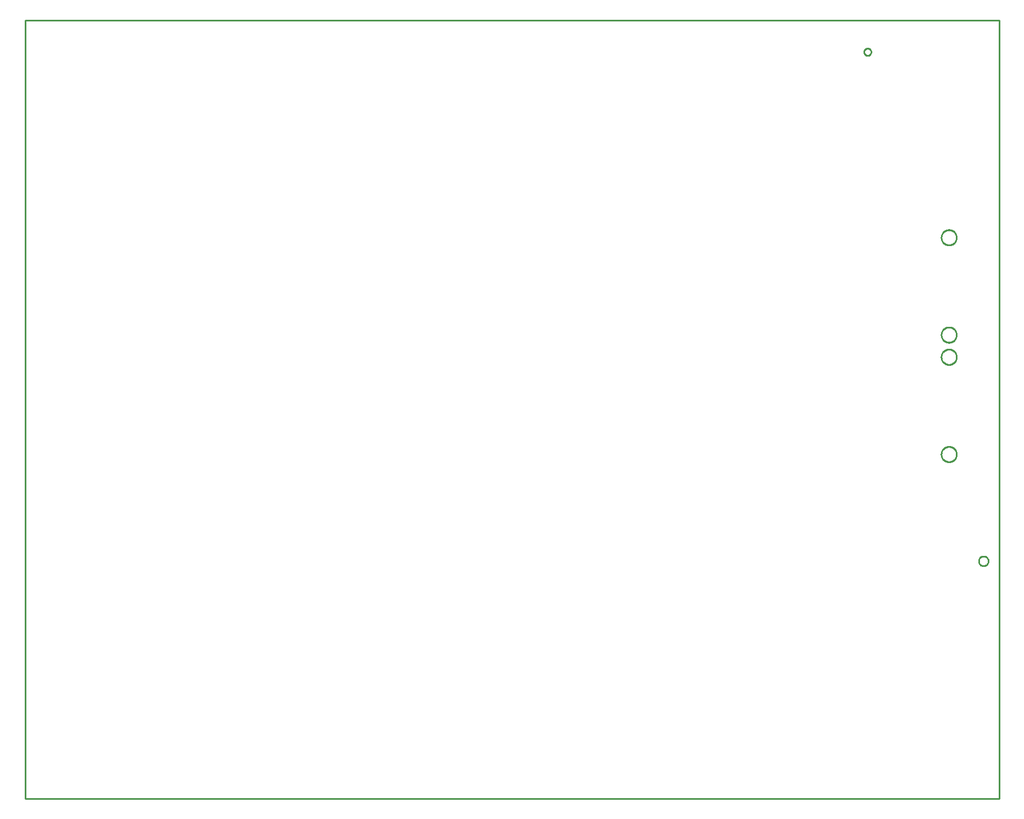
<source format=gbr>
G04 EAGLE Gerber RS-274X export*
G75*
%MOMM*%
%FSLAX34Y34*%
%LPD*%
%INOutline*%
%IPPOS*%
%AMOC8*
5,1,8,0,0,1.08239X$1,22.5*%
G01*
%ADD10C,0.000000*%
%ADD11C,0.254000*%


D10*
X0Y0D02*
X1500000Y0D01*
X1500000Y1200000D01*
X0Y1200000D01*
X0Y0D01*
X1292080Y1150940D02*
X1292082Y1151088D01*
X1292088Y1151236D01*
X1292098Y1151384D01*
X1292112Y1151532D01*
X1292130Y1151679D01*
X1292152Y1151826D01*
X1292178Y1151972D01*
X1292207Y1152117D01*
X1292241Y1152262D01*
X1292279Y1152405D01*
X1292320Y1152548D01*
X1292365Y1152689D01*
X1292415Y1152829D01*
X1292467Y1152967D01*
X1292524Y1153105D01*
X1292584Y1153240D01*
X1292648Y1153374D01*
X1292715Y1153506D01*
X1292786Y1153636D01*
X1292861Y1153765D01*
X1292939Y1153891D01*
X1293020Y1154015D01*
X1293104Y1154137D01*
X1293192Y1154256D01*
X1293283Y1154373D01*
X1293377Y1154488D01*
X1293475Y1154600D01*
X1293575Y1154709D01*
X1293678Y1154816D01*
X1293784Y1154920D01*
X1293892Y1155021D01*
X1294004Y1155119D01*
X1294118Y1155214D01*
X1294234Y1155305D01*
X1294353Y1155394D01*
X1294474Y1155479D01*
X1294598Y1155561D01*
X1294724Y1155640D01*
X1294851Y1155715D01*
X1294981Y1155787D01*
X1295113Y1155856D01*
X1295246Y1155920D01*
X1295381Y1155981D01*
X1295518Y1156039D01*
X1295656Y1156093D01*
X1295796Y1156143D01*
X1295937Y1156189D01*
X1296079Y1156231D01*
X1296222Y1156270D01*
X1296366Y1156304D01*
X1296512Y1156335D01*
X1296657Y1156362D01*
X1296804Y1156385D01*
X1296951Y1156404D01*
X1297099Y1156419D01*
X1297246Y1156430D01*
X1297395Y1156437D01*
X1297543Y1156440D01*
X1297691Y1156439D01*
X1297839Y1156434D01*
X1297987Y1156425D01*
X1298135Y1156412D01*
X1298283Y1156395D01*
X1298429Y1156374D01*
X1298576Y1156349D01*
X1298721Y1156320D01*
X1298866Y1156288D01*
X1299009Y1156251D01*
X1299152Y1156211D01*
X1299294Y1156166D01*
X1299434Y1156118D01*
X1299573Y1156066D01*
X1299710Y1156011D01*
X1299846Y1155951D01*
X1299981Y1155888D01*
X1300113Y1155822D01*
X1300244Y1155752D01*
X1300373Y1155678D01*
X1300499Y1155601D01*
X1300624Y1155521D01*
X1300746Y1155437D01*
X1300867Y1155350D01*
X1300984Y1155260D01*
X1301100Y1155166D01*
X1301212Y1155070D01*
X1301322Y1154971D01*
X1301430Y1154868D01*
X1301534Y1154763D01*
X1301636Y1154655D01*
X1301734Y1154544D01*
X1301830Y1154431D01*
X1301923Y1154315D01*
X1302012Y1154197D01*
X1302098Y1154076D01*
X1302181Y1153953D01*
X1302261Y1153828D01*
X1302337Y1153701D01*
X1302410Y1153571D01*
X1302479Y1153440D01*
X1302544Y1153307D01*
X1302607Y1153173D01*
X1302665Y1153036D01*
X1302720Y1152898D01*
X1302770Y1152759D01*
X1302818Y1152618D01*
X1302861Y1152477D01*
X1302901Y1152334D01*
X1302936Y1152190D01*
X1302968Y1152045D01*
X1302996Y1151899D01*
X1303020Y1151753D01*
X1303040Y1151606D01*
X1303056Y1151458D01*
X1303068Y1151311D01*
X1303076Y1151162D01*
X1303080Y1151014D01*
X1303080Y1150866D01*
X1303076Y1150718D01*
X1303068Y1150569D01*
X1303056Y1150422D01*
X1303040Y1150274D01*
X1303020Y1150127D01*
X1302996Y1149981D01*
X1302968Y1149835D01*
X1302936Y1149690D01*
X1302901Y1149546D01*
X1302861Y1149403D01*
X1302818Y1149262D01*
X1302770Y1149121D01*
X1302720Y1148982D01*
X1302665Y1148844D01*
X1302607Y1148707D01*
X1302544Y1148573D01*
X1302479Y1148440D01*
X1302410Y1148309D01*
X1302337Y1148179D01*
X1302261Y1148052D01*
X1302181Y1147927D01*
X1302098Y1147804D01*
X1302012Y1147683D01*
X1301923Y1147565D01*
X1301830Y1147449D01*
X1301734Y1147336D01*
X1301636Y1147225D01*
X1301534Y1147117D01*
X1301430Y1147012D01*
X1301322Y1146909D01*
X1301212Y1146810D01*
X1301100Y1146714D01*
X1300984Y1146620D01*
X1300867Y1146530D01*
X1300746Y1146443D01*
X1300624Y1146359D01*
X1300499Y1146279D01*
X1300373Y1146202D01*
X1300244Y1146128D01*
X1300113Y1146058D01*
X1299981Y1145992D01*
X1299846Y1145929D01*
X1299710Y1145869D01*
X1299573Y1145814D01*
X1299434Y1145762D01*
X1299294Y1145714D01*
X1299152Y1145669D01*
X1299009Y1145629D01*
X1298866Y1145592D01*
X1298721Y1145560D01*
X1298576Y1145531D01*
X1298429Y1145506D01*
X1298283Y1145485D01*
X1298135Y1145468D01*
X1297987Y1145455D01*
X1297839Y1145446D01*
X1297691Y1145441D01*
X1297543Y1145440D01*
X1297395Y1145443D01*
X1297246Y1145450D01*
X1297099Y1145461D01*
X1296951Y1145476D01*
X1296804Y1145495D01*
X1296657Y1145518D01*
X1296512Y1145545D01*
X1296366Y1145576D01*
X1296222Y1145610D01*
X1296079Y1145649D01*
X1295937Y1145691D01*
X1295796Y1145737D01*
X1295656Y1145787D01*
X1295518Y1145841D01*
X1295381Y1145899D01*
X1295246Y1145960D01*
X1295113Y1146024D01*
X1294981Y1146093D01*
X1294851Y1146165D01*
X1294724Y1146240D01*
X1294598Y1146319D01*
X1294474Y1146401D01*
X1294353Y1146486D01*
X1294234Y1146575D01*
X1294118Y1146666D01*
X1294004Y1146761D01*
X1293892Y1146859D01*
X1293784Y1146960D01*
X1293678Y1147064D01*
X1293575Y1147171D01*
X1293475Y1147280D01*
X1293377Y1147392D01*
X1293283Y1147507D01*
X1293192Y1147624D01*
X1293104Y1147743D01*
X1293020Y1147865D01*
X1292939Y1147989D01*
X1292861Y1148115D01*
X1292786Y1148244D01*
X1292715Y1148374D01*
X1292648Y1148506D01*
X1292584Y1148640D01*
X1292524Y1148775D01*
X1292467Y1148913D01*
X1292415Y1149051D01*
X1292365Y1149191D01*
X1292320Y1149332D01*
X1292279Y1149475D01*
X1292241Y1149618D01*
X1292207Y1149763D01*
X1292178Y1149908D01*
X1292152Y1150054D01*
X1292130Y1150201D01*
X1292112Y1150348D01*
X1292098Y1150496D01*
X1292088Y1150644D01*
X1292082Y1150792D01*
X1292080Y1150940D01*
X1411040Y530790D02*
X1411044Y531080D01*
X1411054Y531369D01*
X1411072Y531658D01*
X1411097Y531947D01*
X1411129Y532234D01*
X1411168Y532521D01*
X1411214Y532807D01*
X1411267Y533092D01*
X1411327Y533375D01*
X1411394Y533657D01*
X1411467Y533937D01*
X1411548Y534215D01*
X1411636Y534491D01*
X1411730Y534765D01*
X1411831Y535037D01*
X1411938Y535306D01*
X1412052Y535572D01*
X1412173Y535835D01*
X1412300Y536095D01*
X1412433Y536352D01*
X1412573Y536606D01*
X1412719Y536856D01*
X1412871Y537103D01*
X1413029Y537346D01*
X1413192Y537585D01*
X1413362Y537819D01*
X1413538Y538050D01*
X1413718Y538276D01*
X1413905Y538497D01*
X1414097Y538714D01*
X1414294Y538927D01*
X1414496Y539134D01*
X1414703Y539336D01*
X1414916Y539533D01*
X1415133Y539725D01*
X1415354Y539912D01*
X1415580Y540092D01*
X1415811Y540268D01*
X1416045Y540438D01*
X1416284Y540601D01*
X1416527Y540759D01*
X1416774Y540911D01*
X1417024Y541057D01*
X1417278Y541197D01*
X1417535Y541330D01*
X1417795Y541457D01*
X1418058Y541578D01*
X1418324Y541692D01*
X1418593Y541799D01*
X1418865Y541900D01*
X1419139Y541994D01*
X1419415Y542082D01*
X1419693Y542163D01*
X1419973Y542236D01*
X1420255Y542303D01*
X1420538Y542363D01*
X1420823Y542416D01*
X1421109Y542462D01*
X1421396Y542501D01*
X1421683Y542533D01*
X1421972Y542558D01*
X1422261Y542576D01*
X1422550Y542586D01*
X1422840Y542590D01*
X1423130Y542586D01*
X1423419Y542576D01*
X1423708Y542558D01*
X1423997Y542533D01*
X1424284Y542501D01*
X1424571Y542462D01*
X1424857Y542416D01*
X1425142Y542363D01*
X1425425Y542303D01*
X1425707Y542236D01*
X1425987Y542163D01*
X1426265Y542082D01*
X1426541Y541994D01*
X1426815Y541900D01*
X1427087Y541799D01*
X1427356Y541692D01*
X1427622Y541578D01*
X1427885Y541457D01*
X1428145Y541330D01*
X1428402Y541197D01*
X1428656Y541057D01*
X1428906Y540911D01*
X1429153Y540759D01*
X1429396Y540601D01*
X1429635Y540438D01*
X1429869Y540268D01*
X1430100Y540092D01*
X1430326Y539912D01*
X1430547Y539725D01*
X1430764Y539533D01*
X1430977Y539336D01*
X1431184Y539134D01*
X1431386Y538927D01*
X1431583Y538714D01*
X1431775Y538497D01*
X1431962Y538276D01*
X1432142Y538050D01*
X1432318Y537819D01*
X1432488Y537585D01*
X1432651Y537346D01*
X1432809Y537103D01*
X1432961Y536856D01*
X1433107Y536606D01*
X1433247Y536352D01*
X1433380Y536095D01*
X1433507Y535835D01*
X1433628Y535572D01*
X1433742Y535306D01*
X1433849Y535037D01*
X1433950Y534765D01*
X1434044Y534491D01*
X1434132Y534215D01*
X1434213Y533937D01*
X1434286Y533657D01*
X1434353Y533375D01*
X1434413Y533092D01*
X1434466Y532807D01*
X1434512Y532521D01*
X1434551Y532234D01*
X1434583Y531947D01*
X1434608Y531658D01*
X1434626Y531369D01*
X1434636Y531080D01*
X1434640Y530790D01*
X1434636Y530500D01*
X1434626Y530211D01*
X1434608Y529922D01*
X1434583Y529633D01*
X1434551Y529346D01*
X1434512Y529059D01*
X1434466Y528773D01*
X1434413Y528488D01*
X1434353Y528205D01*
X1434286Y527923D01*
X1434213Y527643D01*
X1434132Y527365D01*
X1434044Y527089D01*
X1433950Y526815D01*
X1433849Y526543D01*
X1433742Y526274D01*
X1433628Y526008D01*
X1433507Y525745D01*
X1433380Y525485D01*
X1433247Y525228D01*
X1433107Y524974D01*
X1432961Y524724D01*
X1432809Y524477D01*
X1432651Y524234D01*
X1432488Y523995D01*
X1432318Y523761D01*
X1432142Y523530D01*
X1431962Y523304D01*
X1431775Y523083D01*
X1431583Y522866D01*
X1431386Y522653D01*
X1431184Y522446D01*
X1430977Y522244D01*
X1430764Y522047D01*
X1430547Y521855D01*
X1430326Y521668D01*
X1430100Y521488D01*
X1429869Y521312D01*
X1429635Y521142D01*
X1429396Y520979D01*
X1429153Y520821D01*
X1428906Y520669D01*
X1428656Y520523D01*
X1428402Y520383D01*
X1428145Y520250D01*
X1427885Y520123D01*
X1427622Y520002D01*
X1427356Y519888D01*
X1427087Y519781D01*
X1426815Y519680D01*
X1426541Y519586D01*
X1426265Y519498D01*
X1425987Y519417D01*
X1425707Y519344D01*
X1425425Y519277D01*
X1425142Y519217D01*
X1424857Y519164D01*
X1424571Y519118D01*
X1424284Y519079D01*
X1423997Y519047D01*
X1423708Y519022D01*
X1423419Y519004D01*
X1423130Y518994D01*
X1422840Y518990D01*
X1422550Y518994D01*
X1422261Y519004D01*
X1421972Y519022D01*
X1421683Y519047D01*
X1421396Y519079D01*
X1421109Y519118D01*
X1420823Y519164D01*
X1420538Y519217D01*
X1420255Y519277D01*
X1419973Y519344D01*
X1419693Y519417D01*
X1419415Y519498D01*
X1419139Y519586D01*
X1418865Y519680D01*
X1418593Y519781D01*
X1418324Y519888D01*
X1418058Y520002D01*
X1417795Y520123D01*
X1417535Y520250D01*
X1417278Y520383D01*
X1417024Y520523D01*
X1416774Y520669D01*
X1416527Y520821D01*
X1416284Y520979D01*
X1416045Y521142D01*
X1415811Y521312D01*
X1415580Y521488D01*
X1415354Y521668D01*
X1415133Y521855D01*
X1414916Y522047D01*
X1414703Y522244D01*
X1414496Y522446D01*
X1414294Y522653D01*
X1414097Y522866D01*
X1413905Y523083D01*
X1413718Y523304D01*
X1413538Y523530D01*
X1413362Y523761D01*
X1413192Y523995D01*
X1413029Y524234D01*
X1412871Y524477D01*
X1412719Y524724D01*
X1412573Y524974D01*
X1412433Y525228D01*
X1412300Y525485D01*
X1412173Y525745D01*
X1412052Y526008D01*
X1411938Y526274D01*
X1411831Y526543D01*
X1411730Y526815D01*
X1411636Y527089D01*
X1411548Y527365D01*
X1411467Y527643D01*
X1411394Y527923D01*
X1411327Y528205D01*
X1411267Y528488D01*
X1411214Y528773D01*
X1411168Y529059D01*
X1411129Y529346D01*
X1411097Y529633D01*
X1411072Y529922D01*
X1411054Y530211D01*
X1411044Y530500D01*
X1411040Y530790D01*
X1411040Y680790D02*
X1411044Y681080D01*
X1411054Y681369D01*
X1411072Y681658D01*
X1411097Y681947D01*
X1411129Y682234D01*
X1411168Y682521D01*
X1411214Y682807D01*
X1411267Y683092D01*
X1411327Y683375D01*
X1411394Y683657D01*
X1411467Y683937D01*
X1411548Y684215D01*
X1411636Y684491D01*
X1411730Y684765D01*
X1411831Y685037D01*
X1411938Y685306D01*
X1412052Y685572D01*
X1412173Y685835D01*
X1412300Y686095D01*
X1412433Y686352D01*
X1412573Y686606D01*
X1412719Y686856D01*
X1412871Y687103D01*
X1413029Y687346D01*
X1413192Y687585D01*
X1413362Y687819D01*
X1413538Y688050D01*
X1413718Y688276D01*
X1413905Y688497D01*
X1414097Y688714D01*
X1414294Y688927D01*
X1414496Y689134D01*
X1414703Y689336D01*
X1414916Y689533D01*
X1415133Y689725D01*
X1415354Y689912D01*
X1415580Y690092D01*
X1415811Y690268D01*
X1416045Y690438D01*
X1416284Y690601D01*
X1416527Y690759D01*
X1416774Y690911D01*
X1417024Y691057D01*
X1417278Y691197D01*
X1417535Y691330D01*
X1417795Y691457D01*
X1418058Y691578D01*
X1418324Y691692D01*
X1418593Y691799D01*
X1418865Y691900D01*
X1419139Y691994D01*
X1419415Y692082D01*
X1419693Y692163D01*
X1419973Y692236D01*
X1420255Y692303D01*
X1420538Y692363D01*
X1420823Y692416D01*
X1421109Y692462D01*
X1421396Y692501D01*
X1421683Y692533D01*
X1421972Y692558D01*
X1422261Y692576D01*
X1422550Y692586D01*
X1422840Y692590D01*
X1423130Y692586D01*
X1423419Y692576D01*
X1423708Y692558D01*
X1423997Y692533D01*
X1424284Y692501D01*
X1424571Y692462D01*
X1424857Y692416D01*
X1425142Y692363D01*
X1425425Y692303D01*
X1425707Y692236D01*
X1425987Y692163D01*
X1426265Y692082D01*
X1426541Y691994D01*
X1426815Y691900D01*
X1427087Y691799D01*
X1427356Y691692D01*
X1427622Y691578D01*
X1427885Y691457D01*
X1428145Y691330D01*
X1428402Y691197D01*
X1428656Y691057D01*
X1428906Y690911D01*
X1429153Y690759D01*
X1429396Y690601D01*
X1429635Y690438D01*
X1429869Y690268D01*
X1430100Y690092D01*
X1430326Y689912D01*
X1430547Y689725D01*
X1430764Y689533D01*
X1430977Y689336D01*
X1431184Y689134D01*
X1431386Y688927D01*
X1431583Y688714D01*
X1431775Y688497D01*
X1431962Y688276D01*
X1432142Y688050D01*
X1432318Y687819D01*
X1432488Y687585D01*
X1432651Y687346D01*
X1432809Y687103D01*
X1432961Y686856D01*
X1433107Y686606D01*
X1433247Y686352D01*
X1433380Y686095D01*
X1433507Y685835D01*
X1433628Y685572D01*
X1433742Y685306D01*
X1433849Y685037D01*
X1433950Y684765D01*
X1434044Y684491D01*
X1434132Y684215D01*
X1434213Y683937D01*
X1434286Y683657D01*
X1434353Y683375D01*
X1434413Y683092D01*
X1434466Y682807D01*
X1434512Y682521D01*
X1434551Y682234D01*
X1434583Y681947D01*
X1434608Y681658D01*
X1434626Y681369D01*
X1434636Y681080D01*
X1434640Y680790D01*
X1434636Y680500D01*
X1434626Y680211D01*
X1434608Y679922D01*
X1434583Y679633D01*
X1434551Y679346D01*
X1434512Y679059D01*
X1434466Y678773D01*
X1434413Y678488D01*
X1434353Y678205D01*
X1434286Y677923D01*
X1434213Y677643D01*
X1434132Y677365D01*
X1434044Y677089D01*
X1433950Y676815D01*
X1433849Y676543D01*
X1433742Y676274D01*
X1433628Y676008D01*
X1433507Y675745D01*
X1433380Y675485D01*
X1433247Y675228D01*
X1433107Y674974D01*
X1432961Y674724D01*
X1432809Y674477D01*
X1432651Y674234D01*
X1432488Y673995D01*
X1432318Y673761D01*
X1432142Y673530D01*
X1431962Y673304D01*
X1431775Y673083D01*
X1431583Y672866D01*
X1431386Y672653D01*
X1431184Y672446D01*
X1430977Y672244D01*
X1430764Y672047D01*
X1430547Y671855D01*
X1430326Y671668D01*
X1430100Y671488D01*
X1429869Y671312D01*
X1429635Y671142D01*
X1429396Y670979D01*
X1429153Y670821D01*
X1428906Y670669D01*
X1428656Y670523D01*
X1428402Y670383D01*
X1428145Y670250D01*
X1427885Y670123D01*
X1427622Y670002D01*
X1427356Y669888D01*
X1427087Y669781D01*
X1426815Y669680D01*
X1426541Y669586D01*
X1426265Y669498D01*
X1425987Y669417D01*
X1425707Y669344D01*
X1425425Y669277D01*
X1425142Y669217D01*
X1424857Y669164D01*
X1424571Y669118D01*
X1424284Y669079D01*
X1423997Y669047D01*
X1423708Y669022D01*
X1423419Y669004D01*
X1423130Y668994D01*
X1422840Y668990D01*
X1422550Y668994D01*
X1422261Y669004D01*
X1421972Y669022D01*
X1421683Y669047D01*
X1421396Y669079D01*
X1421109Y669118D01*
X1420823Y669164D01*
X1420538Y669217D01*
X1420255Y669277D01*
X1419973Y669344D01*
X1419693Y669417D01*
X1419415Y669498D01*
X1419139Y669586D01*
X1418865Y669680D01*
X1418593Y669781D01*
X1418324Y669888D01*
X1418058Y670002D01*
X1417795Y670123D01*
X1417535Y670250D01*
X1417278Y670383D01*
X1417024Y670523D01*
X1416774Y670669D01*
X1416527Y670821D01*
X1416284Y670979D01*
X1416045Y671142D01*
X1415811Y671312D01*
X1415580Y671488D01*
X1415354Y671668D01*
X1415133Y671855D01*
X1414916Y672047D01*
X1414703Y672244D01*
X1414496Y672446D01*
X1414294Y672653D01*
X1414097Y672866D01*
X1413905Y673083D01*
X1413718Y673304D01*
X1413538Y673530D01*
X1413362Y673761D01*
X1413192Y673995D01*
X1413029Y674234D01*
X1412871Y674477D01*
X1412719Y674724D01*
X1412573Y674974D01*
X1412433Y675228D01*
X1412300Y675485D01*
X1412173Y675745D01*
X1412052Y676008D01*
X1411938Y676274D01*
X1411831Y676543D01*
X1411730Y676815D01*
X1411636Y677089D01*
X1411548Y677365D01*
X1411467Y677643D01*
X1411394Y677923D01*
X1411327Y678205D01*
X1411267Y678488D01*
X1411214Y678773D01*
X1411168Y679059D01*
X1411129Y679346D01*
X1411097Y679633D01*
X1411072Y679922D01*
X1411054Y680211D01*
X1411044Y680500D01*
X1411040Y680790D01*
X1468660Y366240D02*
X1468662Y366424D01*
X1468669Y366608D01*
X1468680Y366792D01*
X1468696Y366975D01*
X1468716Y367158D01*
X1468741Y367340D01*
X1468770Y367522D01*
X1468804Y367703D01*
X1468842Y367883D01*
X1468885Y368062D01*
X1468932Y368240D01*
X1468983Y368417D01*
X1469039Y368593D01*
X1469098Y368767D01*
X1469163Y368939D01*
X1469231Y369110D01*
X1469303Y369279D01*
X1469380Y369447D01*
X1469461Y369612D01*
X1469546Y369775D01*
X1469634Y369937D01*
X1469727Y370096D01*
X1469824Y370252D01*
X1469924Y370407D01*
X1470028Y370559D01*
X1470136Y370708D01*
X1470247Y370854D01*
X1470362Y370998D01*
X1470481Y371139D01*
X1470603Y371277D01*
X1470728Y371412D01*
X1470857Y371543D01*
X1470988Y371672D01*
X1471123Y371797D01*
X1471261Y371919D01*
X1471402Y372038D01*
X1471546Y372153D01*
X1471692Y372264D01*
X1471841Y372372D01*
X1471993Y372476D01*
X1472148Y372576D01*
X1472304Y372673D01*
X1472463Y372766D01*
X1472625Y372854D01*
X1472788Y372939D01*
X1472953Y373020D01*
X1473121Y373097D01*
X1473290Y373169D01*
X1473461Y373237D01*
X1473633Y373302D01*
X1473807Y373361D01*
X1473983Y373417D01*
X1474160Y373468D01*
X1474338Y373515D01*
X1474517Y373558D01*
X1474697Y373596D01*
X1474878Y373630D01*
X1475060Y373659D01*
X1475242Y373684D01*
X1475425Y373704D01*
X1475608Y373720D01*
X1475792Y373731D01*
X1475976Y373738D01*
X1476160Y373740D01*
X1476344Y373738D01*
X1476528Y373731D01*
X1476712Y373720D01*
X1476895Y373704D01*
X1477078Y373684D01*
X1477260Y373659D01*
X1477442Y373630D01*
X1477623Y373596D01*
X1477803Y373558D01*
X1477982Y373515D01*
X1478160Y373468D01*
X1478337Y373417D01*
X1478513Y373361D01*
X1478687Y373302D01*
X1478859Y373237D01*
X1479030Y373169D01*
X1479199Y373097D01*
X1479367Y373020D01*
X1479532Y372939D01*
X1479695Y372854D01*
X1479857Y372766D01*
X1480016Y372673D01*
X1480172Y372576D01*
X1480327Y372476D01*
X1480479Y372372D01*
X1480628Y372264D01*
X1480774Y372153D01*
X1480918Y372038D01*
X1481059Y371919D01*
X1481197Y371797D01*
X1481332Y371672D01*
X1481463Y371543D01*
X1481592Y371412D01*
X1481717Y371277D01*
X1481839Y371139D01*
X1481958Y370998D01*
X1482073Y370854D01*
X1482184Y370708D01*
X1482292Y370559D01*
X1482396Y370407D01*
X1482496Y370252D01*
X1482593Y370096D01*
X1482686Y369937D01*
X1482774Y369775D01*
X1482859Y369612D01*
X1482940Y369447D01*
X1483017Y369279D01*
X1483089Y369110D01*
X1483157Y368939D01*
X1483222Y368767D01*
X1483281Y368593D01*
X1483337Y368417D01*
X1483388Y368240D01*
X1483435Y368062D01*
X1483478Y367883D01*
X1483516Y367703D01*
X1483550Y367522D01*
X1483579Y367340D01*
X1483604Y367158D01*
X1483624Y366975D01*
X1483640Y366792D01*
X1483651Y366608D01*
X1483658Y366424D01*
X1483660Y366240D01*
X1483658Y366056D01*
X1483651Y365872D01*
X1483640Y365688D01*
X1483624Y365505D01*
X1483604Y365322D01*
X1483579Y365140D01*
X1483550Y364958D01*
X1483516Y364777D01*
X1483478Y364597D01*
X1483435Y364418D01*
X1483388Y364240D01*
X1483337Y364063D01*
X1483281Y363887D01*
X1483222Y363713D01*
X1483157Y363541D01*
X1483089Y363370D01*
X1483017Y363201D01*
X1482940Y363033D01*
X1482859Y362868D01*
X1482774Y362705D01*
X1482686Y362543D01*
X1482593Y362384D01*
X1482496Y362228D01*
X1482396Y362073D01*
X1482292Y361921D01*
X1482184Y361772D01*
X1482073Y361626D01*
X1481958Y361482D01*
X1481839Y361341D01*
X1481717Y361203D01*
X1481592Y361068D01*
X1481463Y360937D01*
X1481332Y360808D01*
X1481197Y360683D01*
X1481059Y360561D01*
X1480918Y360442D01*
X1480774Y360327D01*
X1480628Y360216D01*
X1480479Y360108D01*
X1480327Y360004D01*
X1480172Y359904D01*
X1480016Y359807D01*
X1479857Y359714D01*
X1479695Y359626D01*
X1479532Y359541D01*
X1479367Y359460D01*
X1479199Y359383D01*
X1479030Y359311D01*
X1478859Y359243D01*
X1478687Y359178D01*
X1478513Y359119D01*
X1478337Y359063D01*
X1478160Y359012D01*
X1477982Y358965D01*
X1477803Y358922D01*
X1477623Y358884D01*
X1477442Y358850D01*
X1477260Y358821D01*
X1477078Y358796D01*
X1476895Y358776D01*
X1476712Y358760D01*
X1476528Y358749D01*
X1476344Y358742D01*
X1476160Y358740D01*
X1475976Y358742D01*
X1475792Y358749D01*
X1475608Y358760D01*
X1475425Y358776D01*
X1475242Y358796D01*
X1475060Y358821D01*
X1474878Y358850D01*
X1474697Y358884D01*
X1474517Y358922D01*
X1474338Y358965D01*
X1474160Y359012D01*
X1473983Y359063D01*
X1473807Y359119D01*
X1473633Y359178D01*
X1473461Y359243D01*
X1473290Y359311D01*
X1473121Y359383D01*
X1472953Y359460D01*
X1472788Y359541D01*
X1472625Y359626D01*
X1472463Y359714D01*
X1472304Y359807D01*
X1472148Y359904D01*
X1471993Y360004D01*
X1471841Y360108D01*
X1471692Y360216D01*
X1471546Y360327D01*
X1471402Y360442D01*
X1471261Y360561D01*
X1471123Y360683D01*
X1470988Y360808D01*
X1470857Y360937D01*
X1470728Y361068D01*
X1470603Y361203D01*
X1470481Y361341D01*
X1470362Y361482D01*
X1470247Y361626D01*
X1470136Y361772D01*
X1470028Y361921D01*
X1469924Y362073D01*
X1469824Y362228D01*
X1469727Y362384D01*
X1469634Y362543D01*
X1469546Y362705D01*
X1469461Y362868D01*
X1469380Y363033D01*
X1469303Y363201D01*
X1469231Y363370D01*
X1469163Y363541D01*
X1469098Y363713D01*
X1469039Y363887D01*
X1468983Y364063D01*
X1468932Y364240D01*
X1468885Y364418D01*
X1468842Y364597D01*
X1468804Y364777D01*
X1468770Y364958D01*
X1468741Y365140D01*
X1468716Y365322D01*
X1468696Y365505D01*
X1468680Y365688D01*
X1468669Y365872D01*
X1468662Y366056D01*
X1468660Y366240D01*
X1411040Y714940D02*
X1411044Y715230D01*
X1411054Y715519D01*
X1411072Y715808D01*
X1411097Y716097D01*
X1411129Y716384D01*
X1411168Y716671D01*
X1411214Y716957D01*
X1411267Y717242D01*
X1411327Y717525D01*
X1411394Y717807D01*
X1411467Y718087D01*
X1411548Y718365D01*
X1411636Y718641D01*
X1411730Y718915D01*
X1411831Y719187D01*
X1411938Y719456D01*
X1412052Y719722D01*
X1412173Y719985D01*
X1412300Y720245D01*
X1412433Y720502D01*
X1412573Y720756D01*
X1412719Y721006D01*
X1412871Y721253D01*
X1413029Y721496D01*
X1413192Y721735D01*
X1413362Y721969D01*
X1413538Y722200D01*
X1413718Y722426D01*
X1413905Y722647D01*
X1414097Y722864D01*
X1414294Y723077D01*
X1414496Y723284D01*
X1414703Y723486D01*
X1414916Y723683D01*
X1415133Y723875D01*
X1415354Y724062D01*
X1415580Y724242D01*
X1415811Y724418D01*
X1416045Y724588D01*
X1416284Y724751D01*
X1416527Y724909D01*
X1416774Y725061D01*
X1417024Y725207D01*
X1417278Y725347D01*
X1417535Y725480D01*
X1417795Y725607D01*
X1418058Y725728D01*
X1418324Y725842D01*
X1418593Y725949D01*
X1418865Y726050D01*
X1419139Y726144D01*
X1419415Y726232D01*
X1419693Y726313D01*
X1419973Y726386D01*
X1420255Y726453D01*
X1420538Y726513D01*
X1420823Y726566D01*
X1421109Y726612D01*
X1421396Y726651D01*
X1421683Y726683D01*
X1421972Y726708D01*
X1422261Y726726D01*
X1422550Y726736D01*
X1422840Y726740D01*
X1423130Y726736D01*
X1423419Y726726D01*
X1423708Y726708D01*
X1423997Y726683D01*
X1424284Y726651D01*
X1424571Y726612D01*
X1424857Y726566D01*
X1425142Y726513D01*
X1425425Y726453D01*
X1425707Y726386D01*
X1425987Y726313D01*
X1426265Y726232D01*
X1426541Y726144D01*
X1426815Y726050D01*
X1427087Y725949D01*
X1427356Y725842D01*
X1427622Y725728D01*
X1427885Y725607D01*
X1428145Y725480D01*
X1428402Y725347D01*
X1428656Y725207D01*
X1428906Y725061D01*
X1429153Y724909D01*
X1429396Y724751D01*
X1429635Y724588D01*
X1429869Y724418D01*
X1430100Y724242D01*
X1430326Y724062D01*
X1430547Y723875D01*
X1430764Y723683D01*
X1430977Y723486D01*
X1431184Y723284D01*
X1431386Y723077D01*
X1431583Y722864D01*
X1431775Y722647D01*
X1431962Y722426D01*
X1432142Y722200D01*
X1432318Y721969D01*
X1432488Y721735D01*
X1432651Y721496D01*
X1432809Y721253D01*
X1432961Y721006D01*
X1433107Y720756D01*
X1433247Y720502D01*
X1433380Y720245D01*
X1433507Y719985D01*
X1433628Y719722D01*
X1433742Y719456D01*
X1433849Y719187D01*
X1433950Y718915D01*
X1434044Y718641D01*
X1434132Y718365D01*
X1434213Y718087D01*
X1434286Y717807D01*
X1434353Y717525D01*
X1434413Y717242D01*
X1434466Y716957D01*
X1434512Y716671D01*
X1434551Y716384D01*
X1434583Y716097D01*
X1434608Y715808D01*
X1434626Y715519D01*
X1434636Y715230D01*
X1434640Y714940D01*
X1434636Y714650D01*
X1434626Y714361D01*
X1434608Y714072D01*
X1434583Y713783D01*
X1434551Y713496D01*
X1434512Y713209D01*
X1434466Y712923D01*
X1434413Y712638D01*
X1434353Y712355D01*
X1434286Y712073D01*
X1434213Y711793D01*
X1434132Y711515D01*
X1434044Y711239D01*
X1433950Y710965D01*
X1433849Y710693D01*
X1433742Y710424D01*
X1433628Y710158D01*
X1433507Y709895D01*
X1433380Y709635D01*
X1433247Y709378D01*
X1433107Y709124D01*
X1432961Y708874D01*
X1432809Y708627D01*
X1432651Y708384D01*
X1432488Y708145D01*
X1432318Y707911D01*
X1432142Y707680D01*
X1431962Y707454D01*
X1431775Y707233D01*
X1431583Y707016D01*
X1431386Y706803D01*
X1431184Y706596D01*
X1430977Y706394D01*
X1430764Y706197D01*
X1430547Y706005D01*
X1430326Y705818D01*
X1430100Y705638D01*
X1429869Y705462D01*
X1429635Y705292D01*
X1429396Y705129D01*
X1429153Y704971D01*
X1428906Y704819D01*
X1428656Y704673D01*
X1428402Y704533D01*
X1428145Y704400D01*
X1427885Y704273D01*
X1427622Y704152D01*
X1427356Y704038D01*
X1427087Y703931D01*
X1426815Y703830D01*
X1426541Y703736D01*
X1426265Y703648D01*
X1425987Y703567D01*
X1425707Y703494D01*
X1425425Y703427D01*
X1425142Y703367D01*
X1424857Y703314D01*
X1424571Y703268D01*
X1424284Y703229D01*
X1423997Y703197D01*
X1423708Y703172D01*
X1423419Y703154D01*
X1423130Y703144D01*
X1422840Y703140D01*
X1422550Y703144D01*
X1422261Y703154D01*
X1421972Y703172D01*
X1421683Y703197D01*
X1421396Y703229D01*
X1421109Y703268D01*
X1420823Y703314D01*
X1420538Y703367D01*
X1420255Y703427D01*
X1419973Y703494D01*
X1419693Y703567D01*
X1419415Y703648D01*
X1419139Y703736D01*
X1418865Y703830D01*
X1418593Y703931D01*
X1418324Y704038D01*
X1418058Y704152D01*
X1417795Y704273D01*
X1417535Y704400D01*
X1417278Y704533D01*
X1417024Y704673D01*
X1416774Y704819D01*
X1416527Y704971D01*
X1416284Y705129D01*
X1416045Y705292D01*
X1415811Y705462D01*
X1415580Y705638D01*
X1415354Y705818D01*
X1415133Y706005D01*
X1414916Y706197D01*
X1414703Y706394D01*
X1414496Y706596D01*
X1414294Y706803D01*
X1414097Y707016D01*
X1413905Y707233D01*
X1413718Y707454D01*
X1413538Y707680D01*
X1413362Y707911D01*
X1413192Y708145D01*
X1413029Y708384D01*
X1412871Y708627D01*
X1412719Y708874D01*
X1412573Y709124D01*
X1412433Y709378D01*
X1412300Y709635D01*
X1412173Y709895D01*
X1412052Y710158D01*
X1411938Y710424D01*
X1411831Y710693D01*
X1411730Y710965D01*
X1411636Y711239D01*
X1411548Y711515D01*
X1411467Y711793D01*
X1411394Y712073D01*
X1411327Y712355D01*
X1411267Y712638D01*
X1411214Y712923D01*
X1411168Y713209D01*
X1411129Y713496D01*
X1411097Y713783D01*
X1411072Y714072D01*
X1411054Y714361D01*
X1411044Y714650D01*
X1411040Y714940D01*
X1411040Y864940D02*
X1411044Y865230D01*
X1411054Y865519D01*
X1411072Y865808D01*
X1411097Y866097D01*
X1411129Y866384D01*
X1411168Y866671D01*
X1411214Y866957D01*
X1411267Y867242D01*
X1411327Y867525D01*
X1411394Y867807D01*
X1411467Y868087D01*
X1411548Y868365D01*
X1411636Y868641D01*
X1411730Y868915D01*
X1411831Y869187D01*
X1411938Y869456D01*
X1412052Y869722D01*
X1412173Y869985D01*
X1412300Y870245D01*
X1412433Y870502D01*
X1412573Y870756D01*
X1412719Y871006D01*
X1412871Y871253D01*
X1413029Y871496D01*
X1413192Y871735D01*
X1413362Y871969D01*
X1413538Y872200D01*
X1413718Y872426D01*
X1413905Y872647D01*
X1414097Y872864D01*
X1414294Y873077D01*
X1414496Y873284D01*
X1414703Y873486D01*
X1414916Y873683D01*
X1415133Y873875D01*
X1415354Y874062D01*
X1415580Y874242D01*
X1415811Y874418D01*
X1416045Y874588D01*
X1416284Y874751D01*
X1416527Y874909D01*
X1416774Y875061D01*
X1417024Y875207D01*
X1417278Y875347D01*
X1417535Y875480D01*
X1417795Y875607D01*
X1418058Y875728D01*
X1418324Y875842D01*
X1418593Y875949D01*
X1418865Y876050D01*
X1419139Y876144D01*
X1419415Y876232D01*
X1419693Y876313D01*
X1419973Y876386D01*
X1420255Y876453D01*
X1420538Y876513D01*
X1420823Y876566D01*
X1421109Y876612D01*
X1421396Y876651D01*
X1421683Y876683D01*
X1421972Y876708D01*
X1422261Y876726D01*
X1422550Y876736D01*
X1422840Y876740D01*
X1423130Y876736D01*
X1423419Y876726D01*
X1423708Y876708D01*
X1423997Y876683D01*
X1424284Y876651D01*
X1424571Y876612D01*
X1424857Y876566D01*
X1425142Y876513D01*
X1425425Y876453D01*
X1425707Y876386D01*
X1425987Y876313D01*
X1426265Y876232D01*
X1426541Y876144D01*
X1426815Y876050D01*
X1427087Y875949D01*
X1427356Y875842D01*
X1427622Y875728D01*
X1427885Y875607D01*
X1428145Y875480D01*
X1428402Y875347D01*
X1428656Y875207D01*
X1428906Y875061D01*
X1429153Y874909D01*
X1429396Y874751D01*
X1429635Y874588D01*
X1429869Y874418D01*
X1430100Y874242D01*
X1430326Y874062D01*
X1430547Y873875D01*
X1430764Y873683D01*
X1430977Y873486D01*
X1431184Y873284D01*
X1431386Y873077D01*
X1431583Y872864D01*
X1431775Y872647D01*
X1431962Y872426D01*
X1432142Y872200D01*
X1432318Y871969D01*
X1432488Y871735D01*
X1432651Y871496D01*
X1432809Y871253D01*
X1432961Y871006D01*
X1433107Y870756D01*
X1433247Y870502D01*
X1433380Y870245D01*
X1433507Y869985D01*
X1433628Y869722D01*
X1433742Y869456D01*
X1433849Y869187D01*
X1433950Y868915D01*
X1434044Y868641D01*
X1434132Y868365D01*
X1434213Y868087D01*
X1434286Y867807D01*
X1434353Y867525D01*
X1434413Y867242D01*
X1434466Y866957D01*
X1434512Y866671D01*
X1434551Y866384D01*
X1434583Y866097D01*
X1434608Y865808D01*
X1434626Y865519D01*
X1434636Y865230D01*
X1434640Y864940D01*
X1434636Y864650D01*
X1434626Y864361D01*
X1434608Y864072D01*
X1434583Y863783D01*
X1434551Y863496D01*
X1434512Y863209D01*
X1434466Y862923D01*
X1434413Y862638D01*
X1434353Y862355D01*
X1434286Y862073D01*
X1434213Y861793D01*
X1434132Y861515D01*
X1434044Y861239D01*
X1433950Y860965D01*
X1433849Y860693D01*
X1433742Y860424D01*
X1433628Y860158D01*
X1433507Y859895D01*
X1433380Y859635D01*
X1433247Y859378D01*
X1433107Y859124D01*
X1432961Y858874D01*
X1432809Y858627D01*
X1432651Y858384D01*
X1432488Y858145D01*
X1432318Y857911D01*
X1432142Y857680D01*
X1431962Y857454D01*
X1431775Y857233D01*
X1431583Y857016D01*
X1431386Y856803D01*
X1431184Y856596D01*
X1430977Y856394D01*
X1430764Y856197D01*
X1430547Y856005D01*
X1430326Y855818D01*
X1430100Y855638D01*
X1429869Y855462D01*
X1429635Y855292D01*
X1429396Y855129D01*
X1429153Y854971D01*
X1428906Y854819D01*
X1428656Y854673D01*
X1428402Y854533D01*
X1428145Y854400D01*
X1427885Y854273D01*
X1427622Y854152D01*
X1427356Y854038D01*
X1427087Y853931D01*
X1426815Y853830D01*
X1426541Y853736D01*
X1426265Y853648D01*
X1425987Y853567D01*
X1425707Y853494D01*
X1425425Y853427D01*
X1425142Y853367D01*
X1424857Y853314D01*
X1424571Y853268D01*
X1424284Y853229D01*
X1423997Y853197D01*
X1423708Y853172D01*
X1423419Y853154D01*
X1423130Y853144D01*
X1422840Y853140D01*
X1422550Y853144D01*
X1422261Y853154D01*
X1421972Y853172D01*
X1421683Y853197D01*
X1421396Y853229D01*
X1421109Y853268D01*
X1420823Y853314D01*
X1420538Y853367D01*
X1420255Y853427D01*
X1419973Y853494D01*
X1419693Y853567D01*
X1419415Y853648D01*
X1419139Y853736D01*
X1418865Y853830D01*
X1418593Y853931D01*
X1418324Y854038D01*
X1418058Y854152D01*
X1417795Y854273D01*
X1417535Y854400D01*
X1417278Y854533D01*
X1417024Y854673D01*
X1416774Y854819D01*
X1416527Y854971D01*
X1416284Y855129D01*
X1416045Y855292D01*
X1415811Y855462D01*
X1415580Y855638D01*
X1415354Y855818D01*
X1415133Y856005D01*
X1414916Y856197D01*
X1414703Y856394D01*
X1414496Y856596D01*
X1414294Y856803D01*
X1414097Y857016D01*
X1413905Y857233D01*
X1413718Y857454D01*
X1413538Y857680D01*
X1413362Y857911D01*
X1413192Y858145D01*
X1413029Y858384D01*
X1412871Y858627D01*
X1412719Y858874D01*
X1412573Y859124D01*
X1412433Y859378D01*
X1412300Y859635D01*
X1412173Y859895D01*
X1412052Y860158D01*
X1411938Y860424D01*
X1411831Y860693D01*
X1411730Y860965D01*
X1411636Y861239D01*
X1411548Y861515D01*
X1411467Y861793D01*
X1411394Y862073D01*
X1411327Y862355D01*
X1411267Y862638D01*
X1411214Y862923D01*
X1411168Y863209D01*
X1411129Y863496D01*
X1411097Y863783D01*
X1411072Y864072D01*
X1411054Y864361D01*
X1411044Y864650D01*
X1411040Y864940D01*
D11*
X0Y0D02*
X1500000Y0D01*
X1500000Y1200000D01*
X0Y1200000D01*
X0Y0D01*
X1292080Y1151249D02*
X1292149Y1151863D01*
X1292287Y1152465D01*
X1292491Y1153048D01*
X1292759Y1153605D01*
X1293087Y1154128D01*
X1293473Y1154611D01*
X1293909Y1155048D01*
X1294392Y1155433D01*
X1294915Y1155761D01*
X1295472Y1156029D01*
X1296055Y1156233D01*
X1296657Y1156371D01*
X1297271Y1156440D01*
X1297889Y1156440D01*
X1298503Y1156371D01*
X1299105Y1156233D01*
X1299688Y1156029D01*
X1300245Y1155761D01*
X1300768Y1155433D01*
X1301251Y1155048D01*
X1301688Y1154611D01*
X1302073Y1154128D01*
X1302401Y1153605D01*
X1302669Y1153048D01*
X1302873Y1152465D01*
X1303011Y1151863D01*
X1303080Y1151249D01*
X1303080Y1150631D01*
X1303011Y1150017D01*
X1302873Y1149415D01*
X1302669Y1148832D01*
X1302401Y1148275D01*
X1302073Y1147752D01*
X1301688Y1147269D01*
X1301251Y1146833D01*
X1300768Y1146447D01*
X1300245Y1146119D01*
X1299688Y1145851D01*
X1299105Y1145647D01*
X1298503Y1145509D01*
X1297889Y1145440D01*
X1297271Y1145440D01*
X1296657Y1145509D01*
X1296055Y1145647D01*
X1295472Y1145851D01*
X1294915Y1146119D01*
X1294392Y1146447D01*
X1293909Y1146833D01*
X1293473Y1147269D01*
X1293087Y1147752D01*
X1292759Y1148275D01*
X1292491Y1148832D01*
X1292287Y1149415D01*
X1292149Y1150017D01*
X1292080Y1150631D01*
X1292080Y1151249D01*
X1423304Y542590D02*
X1424228Y542517D01*
X1425144Y542372D01*
X1426045Y542156D01*
X1426927Y541869D01*
X1427784Y541514D01*
X1428610Y541093D01*
X1429401Y540609D01*
X1430151Y540064D01*
X1430856Y539462D01*
X1431512Y538806D01*
X1432114Y538101D01*
X1432659Y537351D01*
X1433143Y536560D01*
X1433564Y535734D01*
X1433919Y534877D01*
X1434206Y533995D01*
X1434422Y533094D01*
X1434567Y532178D01*
X1434640Y531254D01*
X1434640Y530326D01*
X1434567Y529402D01*
X1434422Y528486D01*
X1434206Y527585D01*
X1433919Y526703D01*
X1433564Y525846D01*
X1433143Y525020D01*
X1432659Y524229D01*
X1432114Y523479D01*
X1431512Y522774D01*
X1430856Y522118D01*
X1430151Y521516D01*
X1429401Y520971D01*
X1428610Y520487D01*
X1427784Y520066D01*
X1426927Y519711D01*
X1426045Y519424D01*
X1425144Y519208D01*
X1424228Y519063D01*
X1423304Y518990D01*
X1422376Y518990D01*
X1421452Y519063D01*
X1420536Y519208D01*
X1419635Y519424D01*
X1418753Y519711D01*
X1417896Y520066D01*
X1417070Y520487D01*
X1416279Y520971D01*
X1415529Y521516D01*
X1414824Y522118D01*
X1414168Y522774D01*
X1413566Y523479D01*
X1413021Y524229D01*
X1412537Y525020D01*
X1412116Y525846D01*
X1411761Y526703D01*
X1411474Y527585D01*
X1411258Y528486D01*
X1411113Y529402D01*
X1411040Y530326D01*
X1411040Y531254D01*
X1411113Y532178D01*
X1411258Y533094D01*
X1411474Y533995D01*
X1411761Y534877D01*
X1412116Y535734D01*
X1412537Y536560D01*
X1413021Y537351D01*
X1413566Y538101D01*
X1414168Y538806D01*
X1414824Y539462D01*
X1415529Y540064D01*
X1416279Y540609D01*
X1417070Y541093D01*
X1417896Y541514D01*
X1418753Y541869D01*
X1419635Y542156D01*
X1420536Y542372D01*
X1421452Y542517D01*
X1422376Y542590D01*
X1423304Y542590D01*
X1423304Y692590D02*
X1424228Y692517D01*
X1425144Y692372D01*
X1426045Y692156D01*
X1426927Y691869D01*
X1427784Y691514D01*
X1428610Y691093D01*
X1429401Y690609D01*
X1430151Y690064D01*
X1430856Y689462D01*
X1431512Y688806D01*
X1432114Y688101D01*
X1432659Y687351D01*
X1433143Y686560D01*
X1433564Y685734D01*
X1433919Y684877D01*
X1434206Y683995D01*
X1434422Y683094D01*
X1434567Y682178D01*
X1434640Y681254D01*
X1434640Y680326D01*
X1434567Y679402D01*
X1434422Y678486D01*
X1434206Y677585D01*
X1433919Y676703D01*
X1433564Y675846D01*
X1433143Y675020D01*
X1432659Y674229D01*
X1432114Y673479D01*
X1431512Y672774D01*
X1430856Y672118D01*
X1430151Y671516D01*
X1429401Y670971D01*
X1428610Y670487D01*
X1427784Y670066D01*
X1426927Y669711D01*
X1426045Y669424D01*
X1425144Y669208D01*
X1424228Y669063D01*
X1423304Y668990D01*
X1422376Y668990D01*
X1421452Y669063D01*
X1420536Y669208D01*
X1419635Y669424D01*
X1418753Y669711D01*
X1417896Y670066D01*
X1417070Y670487D01*
X1416279Y670971D01*
X1415529Y671516D01*
X1414824Y672118D01*
X1414168Y672774D01*
X1413566Y673479D01*
X1413021Y674229D01*
X1412537Y675020D01*
X1412116Y675846D01*
X1411761Y676703D01*
X1411474Y677585D01*
X1411258Y678486D01*
X1411113Y679402D01*
X1411040Y680326D01*
X1411040Y681254D01*
X1411113Y682178D01*
X1411258Y683094D01*
X1411474Y683995D01*
X1411761Y684877D01*
X1412116Y685734D01*
X1412537Y686560D01*
X1413021Y687351D01*
X1413566Y688101D01*
X1414168Y688806D01*
X1414824Y689462D01*
X1415529Y690064D01*
X1416279Y690609D01*
X1417070Y691093D01*
X1417896Y691514D01*
X1418753Y691869D01*
X1419635Y692156D01*
X1420536Y692372D01*
X1421452Y692517D01*
X1422376Y692590D01*
X1423304Y692590D01*
X1476528Y373740D02*
X1477262Y373668D01*
X1477985Y373524D01*
X1478690Y373310D01*
X1479371Y373028D01*
X1480020Y372681D01*
X1480633Y372271D01*
X1481203Y371804D01*
X1481724Y371283D01*
X1482191Y370713D01*
X1482601Y370100D01*
X1482948Y369451D01*
X1483230Y368770D01*
X1483444Y368065D01*
X1483588Y367342D01*
X1483660Y366608D01*
X1483660Y365872D01*
X1483588Y365138D01*
X1483444Y364415D01*
X1483230Y363710D01*
X1482948Y363029D01*
X1482601Y362380D01*
X1482191Y361767D01*
X1481724Y361197D01*
X1481203Y360676D01*
X1480633Y360209D01*
X1480020Y359799D01*
X1479371Y359452D01*
X1478690Y359170D01*
X1477985Y358956D01*
X1477262Y358812D01*
X1476528Y358740D01*
X1475792Y358740D01*
X1475058Y358812D01*
X1474335Y358956D01*
X1473630Y359170D01*
X1472949Y359452D01*
X1472300Y359799D01*
X1471687Y360209D01*
X1471117Y360676D01*
X1470596Y361197D01*
X1470129Y361767D01*
X1469719Y362380D01*
X1469372Y363029D01*
X1469090Y363710D01*
X1468876Y364415D01*
X1468732Y365138D01*
X1468660Y365872D01*
X1468660Y366608D01*
X1468732Y367342D01*
X1468876Y368065D01*
X1469090Y368770D01*
X1469372Y369451D01*
X1469719Y370100D01*
X1470129Y370713D01*
X1470596Y371283D01*
X1471117Y371804D01*
X1471687Y372271D01*
X1472300Y372681D01*
X1472949Y373028D01*
X1473630Y373310D01*
X1474335Y373524D01*
X1475058Y373668D01*
X1475792Y373740D01*
X1476528Y373740D01*
X1423304Y726740D02*
X1424228Y726667D01*
X1425144Y726522D01*
X1426045Y726306D01*
X1426927Y726019D01*
X1427784Y725664D01*
X1428610Y725243D01*
X1429401Y724759D01*
X1430151Y724214D01*
X1430856Y723612D01*
X1431512Y722956D01*
X1432114Y722251D01*
X1432659Y721501D01*
X1433143Y720710D01*
X1433564Y719884D01*
X1433919Y719027D01*
X1434206Y718145D01*
X1434422Y717244D01*
X1434567Y716328D01*
X1434640Y715404D01*
X1434640Y714476D01*
X1434567Y713552D01*
X1434422Y712636D01*
X1434206Y711735D01*
X1433919Y710853D01*
X1433564Y709996D01*
X1433143Y709170D01*
X1432659Y708379D01*
X1432114Y707629D01*
X1431512Y706924D01*
X1430856Y706268D01*
X1430151Y705666D01*
X1429401Y705121D01*
X1428610Y704637D01*
X1427784Y704216D01*
X1426927Y703861D01*
X1426045Y703574D01*
X1425144Y703358D01*
X1424228Y703213D01*
X1423304Y703140D01*
X1422376Y703140D01*
X1421452Y703213D01*
X1420536Y703358D01*
X1419635Y703574D01*
X1418753Y703861D01*
X1417896Y704216D01*
X1417070Y704637D01*
X1416279Y705121D01*
X1415529Y705666D01*
X1414824Y706268D01*
X1414168Y706924D01*
X1413566Y707629D01*
X1413021Y708379D01*
X1412537Y709170D01*
X1412116Y709996D01*
X1411761Y710853D01*
X1411474Y711735D01*
X1411258Y712636D01*
X1411113Y713552D01*
X1411040Y714476D01*
X1411040Y715404D01*
X1411113Y716328D01*
X1411258Y717244D01*
X1411474Y718145D01*
X1411761Y719027D01*
X1412116Y719884D01*
X1412537Y720710D01*
X1413021Y721501D01*
X1413566Y722251D01*
X1414168Y722956D01*
X1414824Y723612D01*
X1415529Y724214D01*
X1416279Y724759D01*
X1417070Y725243D01*
X1417896Y725664D01*
X1418753Y726019D01*
X1419635Y726306D01*
X1420536Y726522D01*
X1421452Y726667D01*
X1422376Y726740D01*
X1423304Y726740D01*
X1423304Y876740D02*
X1424228Y876667D01*
X1425144Y876522D01*
X1426045Y876306D01*
X1426927Y876019D01*
X1427784Y875664D01*
X1428610Y875243D01*
X1429401Y874759D01*
X1430151Y874214D01*
X1430856Y873612D01*
X1431512Y872956D01*
X1432114Y872251D01*
X1432659Y871501D01*
X1433143Y870710D01*
X1433564Y869884D01*
X1433919Y869027D01*
X1434206Y868145D01*
X1434422Y867244D01*
X1434567Y866328D01*
X1434640Y865404D01*
X1434640Y864476D01*
X1434567Y863552D01*
X1434422Y862636D01*
X1434206Y861735D01*
X1433919Y860853D01*
X1433564Y859996D01*
X1433143Y859170D01*
X1432659Y858379D01*
X1432114Y857629D01*
X1431512Y856924D01*
X1430856Y856268D01*
X1430151Y855666D01*
X1429401Y855121D01*
X1428610Y854637D01*
X1427784Y854216D01*
X1426927Y853861D01*
X1426045Y853574D01*
X1425144Y853358D01*
X1424228Y853213D01*
X1423304Y853140D01*
X1422376Y853140D01*
X1421452Y853213D01*
X1420536Y853358D01*
X1419635Y853574D01*
X1418753Y853861D01*
X1417896Y854216D01*
X1417070Y854637D01*
X1416279Y855121D01*
X1415529Y855666D01*
X1414824Y856268D01*
X1414168Y856924D01*
X1413566Y857629D01*
X1413021Y858379D01*
X1412537Y859170D01*
X1412116Y859996D01*
X1411761Y860853D01*
X1411474Y861735D01*
X1411258Y862636D01*
X1411113Y863552D01*
X1411040Y864476D01*
X1411040Y865404D01*
X1411113Y866328D01*
X1411258Y867244D01*
X1411474Y868145D01*
X1411761Y869027D01*
X1412116Y869884D01*
X1412537Y870710D01*
X1413021Y871501D01*
X1413566Y872251D01*
X1414168Y872956D01*
X1414824Y873612D01*
X1415529Y874214D01*
X1416279Y874759D01*
X1417070Y875243D01*
X1417896Y875664D01*
X1418753Y876019D01*
X1419635Y876306D01*
X1420536Y876522D01*
X1421452Y876667D01*
X1422376Y876740D01*
X1423304Y876740D01*
M02*

</source>
